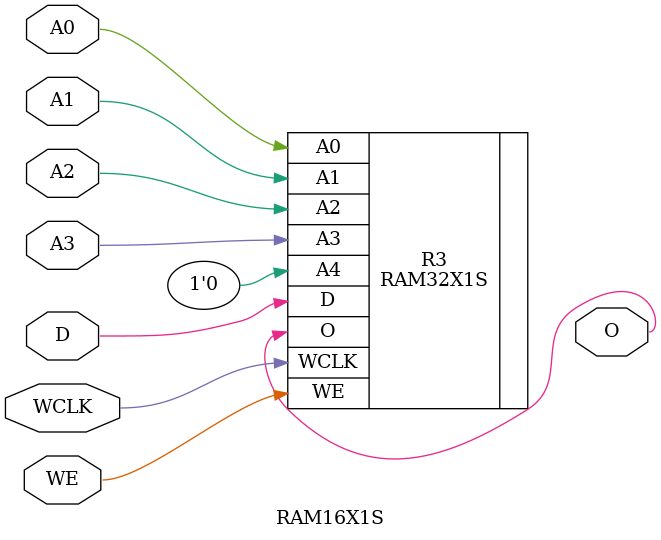
<source format=v>

`timescale  1 ps / 1 ps

module RAM16X1S (O, A0, A1, A2, A3, D, WCLK, WE);

    parameter [15:0] INIT = 16'h0000;
    parameter [0:0] IS_WCLK_INVERTED = 1'b0;

    output O;

    input  A0, A1, A2, A3, D, WCLK, WE;

    RAM32X1S #(.INIT(INIT), .IS_WCLK_INVERTED(IS_WCLK_INVERTED)) R3 (
	       .O (O),
	       .A0 (A0),
	       .A1 (A1),
	       .A2 (A2),
	       .A3 (A3),
	       .A4 (1'b0),
	       .D (D),
	       .WCLK (WCLK),
	       .WE (WE));

endmodule

</source>
